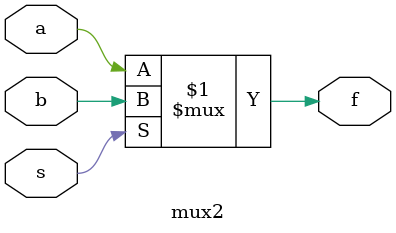
<source format=v>
`timescale 1ns / 1ps


module mux2(
    input a,
    input b,
    input s,
    output f
    );
    
    assign f = (s)?b:a;
    
endmodule

</source>
